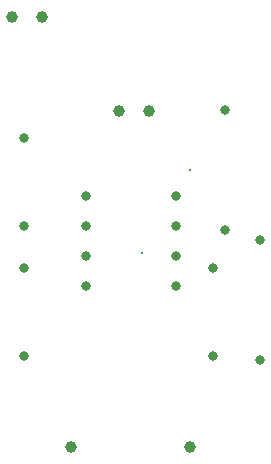
<source format=gbr>
%TF.GenerationSoftware,KiCad,Pcbnew,9.0.0*%
%TF.CreationDate,2025-02-26T16:47:46+09:00*%
%TF.ProjectId,TCIS,54434953-2e6b-4696-9361-645f70636258,rev?*%
%TF.SameCoordinates,Original*%
%TF.FileFunction,Plated,1,2,PTH,Drill*%
%TF.FilePolarity,Positive*%
%FSLAX46Y46*%
G04 Gerber Fmt 4.6, Leading zero omitted, Abs format (unit mm)*
G04 Created by KiCad (PCBNEW 9.0.0) date 2025-02-26 16:47:46*
%MOMM*%
%LPD*%
G01*
G04 APERTURE LIST*
%TA.AperFunction,ViaDrill*%
%ADD10C,0.300000*%
%TD*%
%TA.AperFunction,ComponentDrill*%
%ADD11C,0.800000*%
%TD*%
%TA.AperFunction,ComponentDrill*%
%ADD12C,1.000000*%
%TD*%
G04 APERTURE END LIST*
D10*
X107000000Y-52000000D03*
X111000000Y-45000000D03*
D11*
%TO.C,C2*%
X97000000Y-42250000D03*
X97000000Y-49750000D03*
%TO.C,C3*%
X97000000Y-53250000D03*
X97000000Y-60750000D03*
%TO.C,U1*%
X102195000Y-47190000D03*
X102195000Y-49730000D03*
X102195000Y-52270000D03*
X102195000Y-54810000D03*
X109815000Y-47190000D03*
X109815000Y-49730000D03*
X109815000Y-52270000D03*
X109815000Y-54810000D03*
%TO.C,C1*%
X113000000Y-53250000D03*
X113000000Y-60750000D03*
%TO.C,R1*%
X114000000Y-39920000D03*
X114000000Y-50080000D03*
%TO.C,R2*%
X117000000Y-50920000D03*
X117000000Y-61080000D03*
D12*
%TO.C,BT1*%
X96000000Y-32000000D03*
X98540000Y-32000000D03*
%TO.C,LS1*%
X101000000Y-68445000D03*
%TO.C,R3*%
X105000000Y-40000000D03*
X107540000Y-40000000D03*
%TO.C,LS1*%
X111000000Y-68445000D03*
M02*

</source>
